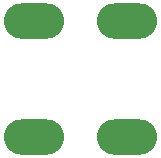
<source format=gbr>
%TF.GenerationSoftware,KiCad,Pcbnew,7.0.7*%
%TF.CreationDate,2023-11-05T22:28:57-06:00*%
%TF.ProjectId,BrushedMOCO_Breakout,42727573-6865-4644-9d4f-434f5f427265,rev?*%
%TF.SameCoordinates,Original*%
%TF.FileFunction,Paste,Bot*%
%TF.FilePolarity,Positive*%
%FSLAX46Y46*%
G04 Gerber Fmt 4.6, Leading zero omitted, Abs format (unit mm)*
G04 Created by KiCad (PCBNEW 7.0.7) date 2023-11-05 22:28:57*
%MOMM*%
%LPD*%
G01*
G04 APERTURE LIST*
%ADD10O,5.100000X3.000000*%
G04 APERTURE END LIST*
D10*
%TO.C,Conn1*%
X117602000Y-95693200D03*
X125476000Y-95693200D03*
%TD*%
%TO.C,Conn2*%
X125476000Y-105474800D03*
X117602000Y-105474800D03*
%TD*%
M02*

</source>
